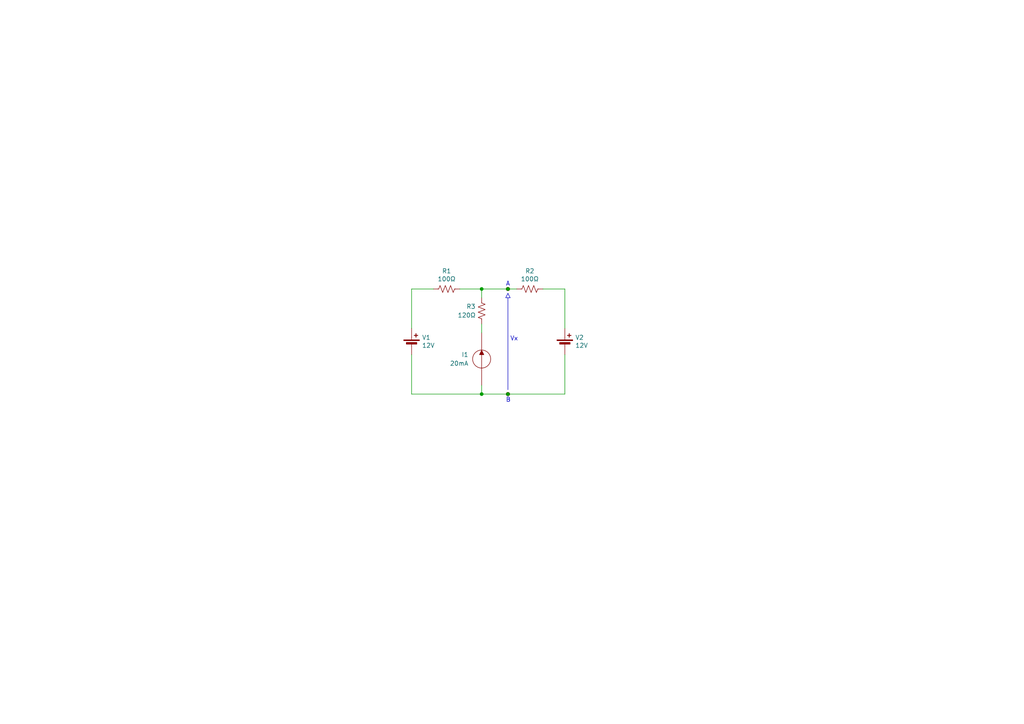
<source format=kicad_sch>
(kicad_sch (version 20230121) (generator eeschema)
  (paper "A4")
  (title_block (title "Questão 1 - P2/2021 - Noturno") (date "2021-11-15") (rev "0") (company "ETE103 - Fundamentos de Circuitos Analógicos"))
  (lib_symbols
    (symbol "Connector:TestPoint_Small" (pin_numbers hide) (pin_names (offset 0.762) hide)
      (property "Reference" "TP" (at 0 3.81 0))
      (property "Value" "TestPoint_Small" (at 0 2.032 0))
      (symbol "TestPoint_Small_0_1"
        (circle (center 0 0) (radius 0.508))
      )
      (symbol "TestPoint_Small_1_1"
        (pin passive line (at 0 0 90) (length 0) (name "1") (number "1"))
      )
    )
    (symbol "Device:Battery_Cell" (pin_numbers hide) (pin_names (offset 0) hide)
      (property "Reference" "BT" (at 2.54 2.54 0))
      (property "Value" "Battery_Cell" (at 2.54 0 0))
      (symbol "Battery_Cell_0_1"
        (rectangle (start -2.286 1.778) (end 2.286 1.524) (fill (type outline)))
        (rectangle (start -1.524 1.016) (end 1.524 0.508) (fill (type outline)))
        (polyline (pts (xy 0 0.762) (xy 0 0)))
        (polyline (pts (xy 0 1.778) (xy 0 2.54)))
        (polyline (pts (xy 0.762 3.048) (xy 1.778 3.048)) (stroke (width 0.254)))
        (polyline (pts (xy 1.27 3.556) (xy 1.27 2.54)) (stroke (width 0.254)))
      )
      (symbol "Battery_Cell_1_1"
        (pin passive line (at 0 5.08 270) (length 2.54) (name "+") (number "1"))
        (pin passive line (at 0 -2.54 90) (length 2.54) (name "-") (number "2"))
      )
    )
    (symbol "Device:R_US" (pin_numbers hide) (pin_names (offset 0))
      (property "Reference" "R" (at 2.54 0 90))
      (property "Value" "R_US" (at -2.54 0 90))
      (symbol "R_US_0_1"
        (polyline (pts (xy 0 -2.286) (xy 0 -2.54)))
        (polyline (pts (xy 0 2.286) (xy 0 2.54)))
        (polyline (pts (xy 0 -0.762) (xy 1.016 -1.143) (xy 0 -1.524) (xy -1.016 -1.905) (xy 0 -2.286)))
        (polyline (pts (xy 0 0.762) (xy 1.016 0.381) (xy 0 0) (xy -1.016 -0.381) (xy 0 -0.762)))
        (polyline (pts (xy 0 2.286) (xy 1.016 1.905) (xy 0 1.524) (xy -1.016 1.143) (xy 0 0.762)))
      )
      (symbol "R_US_1_1"
        (pin passive line (at 0 3.81 270) (length 1.27) (name "~") (number "1"))
        (pin passive line (at 0 -3.81 90) (length 1.27) (name "~") (number "2"))
      )
    )
    (symbol "Personalizado:current_source" (pin_numbers hide) (pin_names (offset 0))
      (property "Reference" "I" (at 3.81 0 0))
      (property "Value" "current_source" (at -3.81 -0.635 90))
      (symbol "current_source_0_1"
        (polyline (pts (xy 0 -2.54) (xy 0 2.54)))
        (polyline (pts (xy 0 2.54) (xy -0.635 1.27) (xy 0.635 1.27) (xy 0 2.54)) (fill (type outline)))
        (circle (center 0 0) (radius 2.6162))
      )
      (symbol "current_source_1_1"
        (pin passive line (at 0 7.62 270) (length 5.08) (name "~") (number "1"))
        (pin passive line (at 0 -7.62 90) (length 5.08) (name "~") (number "2"))
      )
    )
  )
  (junction (at 139.7 114.3))
  (junction (at 147.32 114.3))
  (junction (at 147.32 83.82))
  (junction (at 139.7 83.82))
  (polyline (pts (xy 146.685 86.36) (xy 147.955 86.36)) (stroke (width 0) (type solid)))
  (wire (pts (xy 163.83 83.82) (xy 163.83 95.25)))
  (wire (pts (xy 139.7 83.82) (xy 147.32 83.82)))
  (wire (pts (xy 147.32 114.3) (xy 163.83 114.3)))
  (wire (pts (xy 147.32 83.82) (xy 149.86 83.82)))
  (wire (pts (xy 139.7 111.76) (xy 139.7 114.3)))
  (wire (pts (xy 119.38 83.82) (xy 125.73 83.82)))
  (wire (pts (xy 133.35 83.82) (xy 139.7 83.82)))
  (wire (pts (xy 139.7 114.3) (xy 147.32 114.3)))
  (wire (pts (xy 119.38 114.3) (xy 119.38 102.87)))
  (polyline (pts (xy 147.32 85.09) (xy 147.955 86.36)) (stroke (width 0) (type solid)))
  (polyline (pts (xy 147.32 85.09) (xy 146.685 86.36)) (stroke (width 0) (type solid)))
  (wire (pts (xy 163.83 102.87) (xy 163.83 114.3)))
  (wire (pts (xy 157.48 83.82) (xy 163.83 83.82)))
  (wire (pts (xy 119.38 114.3) (xy 139.7 114.3)))
  (wire (pts (xy 139.7 86.36) (xy 139.7 83.82)))
  (polyline (pts (xy 147.32 86.36) (xy 147.32 113.03)) (stroke (width 0) (type solid)))
  (wire (pts (xy 119.38 95.25) (xy 119.38 83.82)))
  (wire (pts (xy 139.7 93.98) (xy 139.7 96.52)))
  (text "A" (at 146.685 83.185 0) (effects (font (size 1.27 1.27)) (justify left bottom)))
  (text "B" (at 146.685 116.84 0) (effects (font (size 1.27 1.27)) (justify left bottom)))
  (text "Vx" (at 147.955 99.06 0) (effects (font (size 1.27 1.27)) (justify left bottom)))
  (symbol (lib_id "Device:Battery_Cell") (at 119.38 100.33 0) (unit 1)
    (property "Reference" "V1" (at 122.3772 97.8916 0) (effects (justify left)))
    (property "Value" "12V" (at 122.3772 100.203 0) (effects (justify left)))
  )
  (symbol (lib_id "Device:R_US") (at 139.7 90.17 180) (unit 1)
    (property "Reference" "R3" (at 135.255 88.9 0) (effects (justify right)))
    (property "Value" "120Ω" (at 132.715 91.44 0) (effects (justify right)))
  )
  (symbol (lib_id "Device:R_US") (at 153.67 83.82 90) (unit 1)
    (property "Reference" "R2" (at 153.67 78.613 90))
    (property "Value" "100Ω" (at 153.67 80.9244 90))
  )
  (symbol (lib_id "Device:R_US") (at 129.54 83.82 90) (unit 1)
    (property "Reference" "R1" (at 129.54 78.613 90))
    (property "Value" "100Ω" (at 129.54 80.9244 90))
  )
  (symbol (lib_id "Connector:TestPoint_Small") (at 147.32 114.3 0) (unit 1)
    (property "Reference" "TP2" (effects hide))
    (property "Value" "TestPoint_Small" (effects hide))
  )
  (symbol (lib_id "Personalizado:current_source") (at 139.7 104.14 0) (unit 1)
    (property "Reference" "I1" (at 135.89 102.87 0) (effects (justify right)))
    (property "Value" "20mA" (at 135.89 105.41 0) (effects (justify right)))
  )
  (symbol (lib_id "Device:Battery_Cell") (at 163.83 100.33 0) (unit 1)
    (property "Reference" "V2" (at 166.8272 97.8916 0) (effects (justify left)))
    (property "Value" "12V" (at 166.8272 100.203 0) (effects (justify left)))
  )
  (symbol (lib_id "Connector:TestPoint_Small") (at 147.32 83.82 0) (unit 1)
    (property "Reference" "TP1" (effects hide))
    (property "Value" "TestPoint_Small" (effects hide))
  )
)
</source>
